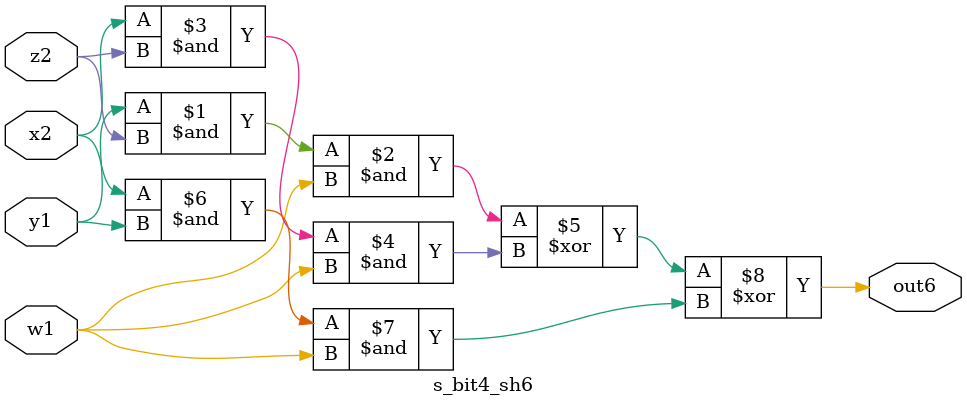
<source format=sv>
module s_bit4_sh6 (
  x2,
  w1,
  y1,
  z2,
  out6
);

    input wire x2;
    input wire w1;
    input wire y1;
    input wire z2;

    output wire out6;

    assign out6 = y1 & z2 & w1 ^ x2 & z2 & w1 ^ x2 & y1 & w1 ;

endmodule

</source>
